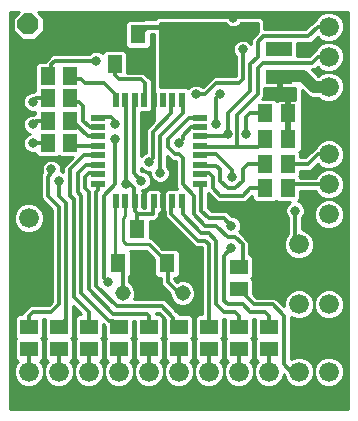
<source format=gbl>
G75*
%MOIN*%
%OFA0B0*%
%FSLAX25Y25*%
%IPPOS*%
%LPD*%
%AMOC8*
5,1,8,0,0,1.08239X$1,22.5*
%
%ADD10R,0.05118X0.06299*%
%ADD11R,0.02200X0.05000*%
%ADD12R,0.05000X0.02200*%
%ADD13C,0.05150*%
%ADD14R,0.08800X0.04800*%
%ADD15R,0.08661X0.14173*%
%ADD16C,0.06600*%
%ADD17OC8,0.07000*%
%ADD18R,0.05118X0.05906*%
%ADD19R,0.05906X0.05118*%
%ADD20C,0.01000*%
%ADD21C,0.01200*%
%ADD22C,0.03175*%
%ADD23C,0.01600*%
%ADD24C,0.04000*%
D10*
X0063658Y0071433D03*
X0071532Y0071433D03*
X0079908Y0071433D03*
X0087782Y0071433D03*
X0077782Y0082683D03*
X0069908Y0082683D03*
X0070282Y0137683D03*
X0062408Y0137683D03*
X0062408Y0147683D03*
X0070282Y0147683D03*
D11*
X0069121Y0125833D03*
X0065971Y0125833D03*
X0062822Y0125833D03*
X0072270Y0125833D03*
X0075420Y0125833D03*
X0078570Y0125833D03*
X0081719Y0125833D03*
X0084869Y0125833D03*
X0084869Y0092033D03*
X0081719Y0092033D03*
X0078570Y0092033D03*
X0075420Y0092033D03*
X0072270Y0092033D03*
X0069121Y0092033D03*
X0065971Y0092033D03*
X0062822Y0092033D03*
D12*
X0056945Y0097909D03*
X0056945Y0101059D03*
X0056945Y0104209D03*
X0056945Y0107358D03*
X0056945Y0110508D03*
X0056945Y0113657D03*
X0056945Y0116807D03*
X0056945Y0119957D03*
X0090745Y0119957D03*
X0090745Y0116807D03*
X0090745Y0113657D03*
X0090745Y0110508D03*
X0090745Y0107358D03*
X0090745Y0104209D03*
X0090745Y0101059D03*
X0090745Y0097909D03*
D13*
X0085095Y0061433D03*
X0065095Y0061433D03*
D14*
X0117295Y0133583D03*
X0117295Y0142683D03*
X0117295Y0151783D03*
D15*
X0092894Y0142683D03*
D16*
X0133845Y0140183D03*
X0133845Y0130183D03*
X0133845Y0120183D03*
X0133845Y0107683D03*
X0133845Y0097683D03*
X0133845Y0087683D03*
X0133845Y0077683D03*
X0123845Y0077683D03*
X0123845Y0057683D03*
X0133845Y0057683D03*
X0133845Y0035183D03*
X0123845Y0035183D03*
X0113845Y0035183D03*
X0103845Y0035183D03*
X0093845Y0035183D03*
X0083845Y0035183D03*
X0073845Y0035183D03*
X0063845Y0035183D03*
X0053845Y0035183D03*
X0043845Y0035183D03*
X0033845Y0035183D03*
X0033845Y0076433D03*
X0033845Y0086433D03*
X0133845Y0150183D03*
D17*
X0033599Y0151074D03*
D18*
X0040105Y0133933D03*
X0040105Y0126433D03*
X0040105Y0118933D03*
X0040105Y0111433D03*
X0047585Y0111433D03*
X0047585Y0118933D03*
X0047585Y0126433D03*
X0047585Y0133933D03*
X0112605Y0121433D03*
X0120085Y0121433D03*
X0120085Y0112683D03*
X0120085Y0104558D03*
X0112605Y0104558D03*
X0112605Y0112683D03*
X0112605Y0096433D03*
X0120085Y0096433D03*
D19*
X0103845Y0070173D03*
X0103845Y0062693D03*
X0103845Y0050173D03*
X0103845Y0042693D03*
X0093845Y0042693D03*
X0093845Y0050173D03*
X0083845Y0050173D03*
X0083845Y0042693D03*
X0073845Y0042693D03*
X0073845Y0050173D03*
X0063845Y0050173D03*
X0063845Y0042693D03*
X0053845Y0042693D03*
X0053845Y0050173D03*
X0043845Y0050173D03*
X0043845Y0042693D03*
X0033845Y0042693D03*
X0033845Y0050173D03*
X0113845Y0050173D03*
X0113845Y0042693D03*
D20*
X0027564Y0022652D02*
X0027564Y0155215D01*
X0030413Y0155215D01*
X0028418Y0153220D01*
X0028418Y0148928D01*
X0031453Y0145893D01*
X0035745Y0145893D01*
X0038780Y0148928D01*
X0038780Y0153220D01*
X0036785Y0155215D01*
X0140127Y0155215D01*
X0140127Y0022652D01*
X0027564Y0022652D01*
X0027564Y0023179D02*
X0140127Y0023179D01*
X0140127Y0024177D02*
X0027564Y0024177D01*
X0027564Y0025176D02*
X0140127Y0025176D01*
X0140127Y0026174D02*
X0027564Y0026174D01*
X0027564Y0027173D02*
X0140127Y0027173D01*
X0140127Y0028171D02*
X0027564Y0028171D01*
X0027564Y0029170D02*
X0140127Y0029170D01*
X0140127Y0030168D02*
X0027564Y0030168D01*
X0027564Y0031167D02*
X0030817Y0031167D01*
X0031024Y0030960D02*
X0032854Y0030202D01*
X0034836Y0030202D01*
X0036667Y0030960D01*
X0038068Y0032362D01*
X0038826Y0034192D01*
X0038826Y0036174D01*
X0038068Y0038005D01*
X0037557Y0038516D01*
X0038479Y0039438D01*
X0038479Y0045948D01*
X0037994Y0046433D01*
X0038479Y0046918D01*
X0038479Y0052902D01*
X0039211Y0052902D01*
X0039211Y0046918D01*
X0039696Y0046433D01*
X0039211Y0045948D01*
X0039211Y0039438D01*
X0040133Y0038516D01*
X0039622Y0038005D01*
X0038864Y0036174D01*
X0038864Y0034192D01*
X0039622Y0032362D01*
X0041024Y0030960D01*
X0042854Y0030202D01*
X0044836Y0030202D01*
X0046667Y0030960D01*
X0048068Y0032362D01*
X0048826Y0034192D01*
X0048826Y0036174D01*
X0048068Y0038005D01*
X0047557Y0038516D01*
X0048479Y0039438D01*
X0048479Y0045948D01*
X0047994Y0046433D01*
X0048479Y0046918D01*
X0048479Y0051581D01*
X0048626Y0051728D01*
X0048626Y0057176D01*
X0051389Y0054413D01*
X0050196Y0054413D01*
X0049211Y0053429D01*
X0049211Y0046918D01*
X0049696Y0046433D01*
X0049211Y0045948D01*
X0049211Y0039438D01*
X0050133Y0038516D01*
X0049622Y0038005D01*
X0048864Y0036174D01*
X0048864Y0034192D01*
X0049622Y0032362D01*
X0051024Y0030960D01*
X0052854Y0030202D01*
X0054836Y0030202D01*
X0056667Y0030960D01*
X0058068Y0032362D01*
X0058826Y0034192D01*
X0058826Y0036174D01*
X0058068Y0038005D01*
X0057557Y0038516D01*
X0058479Y0039438D01*
X0058479Y0045948D01*
X0057994Y0046433D01*
X0058479Y0046918D01*
X0058479Y0051073D01*
X0059211Y0050341D01*
X0059211Y0046918D01*
X0059696Y0046433D01*
X0059211Y0045948D01*
X0059211Y0039438D01*
X0060133Y0038516D01*
X0059622Y0038005D01*
X0058864Y0036174D01*
X0058864Y0034192D01*
X0059622Y0032362D01*
X0061024Y0030960D01*
X0062854Y0030202D01*
X0064836Y0030202D01*
X0066667Y0030960D01*
X0068068Y0032362D01*
X0068826Y0034192D01*
X0068826Y0036174D01*
X0068068Y0038005D01*
X0067557Y0038516D01*
X0068479Y0039438D01*
X0068479Y0045948D01*
X0067994Y0046433D01*
X0068479Y0046918D01*
X0068479Y0052277D01*
X0069211Y0052277D01*
X0069211Y0046918D01*
X0069696Y0046433D01*
X0069211Y0045948D01*
X0069211Y0039438D01*
X0070133Y0038516D01*
X0069622Y0038005D01*
X0068864Y0036174D01*
X0068864Y0034192D01*
X0069622Y0032362D01*
X0071024Y0030960D01*
X0072854Y0030202D01*
X0074836Y0030202D01*
X0076667Y0030960D01*
X0078068Y0032362D01*
X0078826Y0034192D01*
X0078826Y0036174D01*
X0078068Y0038005D01*
X0077557Y0038516D01*
X0078479Y0039438D01*
X0078479Y0045948D01*
X0077994Y0046433D01*
X0078479Y0046918D01*
X0078479Y0053429D01*
X0077494Y0054413D01*
X0076126Y0054413D01*
X0076126Y0054777D01*
X0077275Y0054777D01*
X0079211Y0052841D01*
X0079211Y0046918D01*
X0079696Y0046433D01*
X0079211Y0045948D01*
X0079211Y0039438D01*
X0080133Y0038516D01*
X0079622Y0038005D01*
X0078864Y0036174D01*
X0078864Y0034192D01*
X0079622Y0032362D01*
X0081024Y0030960D01*
X0082854Y0030202D01*
X0084836Y0030202D01*
X0086667Y0030960D01*
X0088068Y0032362D01*
X0088826Y0034192D01*
X0088826Y0036174D01*
X0088068Y0038005D01*
X0087557Y0038516D01*
X0088479Y0039438D01*
X0088479Y0045948D01*
X0087994Y0046433D01*
X0088479Y0046918D01*
X0088479Y0053429D01*
X0087494Y0054413D01*
X0084091Y0054413D01*
X0082915Y0055589D01*
X0080501Y0058003D01*
X0079165Y0059339D01*
X0068834Y0059339D01*
X0069351Y0060587D01*
X0069351Y0062280D01*
X0068703Y0063844D01*
X0067506Y0065041D01*
X0067376Y0065095D01*
X0067376Y0067065D01*
X0067898Y0067587D01*
X0067898Y0075279D01*
X0067675Y0075502D01*
X0072942Y0075502D01*
X0075668Y0072776D01*
X0075668Y0067587D01*
X0076653Y0066602D01*
X0077814Y0066602D01*
X0077814Y0064238D01*
X0080839Y0061213D01*
X0080839Y0060587D01*
X0081487Y0059022D01*
X0082684Y0057825D01*
X0084249Y0057177D01*
X0085942Y0057177D01*
X0087506Y0057825D01*
X0088703Y0059022D01*
X0089351Y0060587D01*
X0089351Y0062280D01*
X0088703Y0063844D01*
X0087506Y0065041D01*
X0085942Y0065689D01*
X0084249Y0065689D01*
X0083235Y0065269D01*
X0082376Y0066128D01*
X0082376Y0066602D01*
X0083164Y0066602D01*
X0084148Y0067587D01*
X0084148Y0075279D01*
X0083164Y0076264D01*
X0078349Y0076264D01*
X0074749Y0079864D01*
X0074148Y0079864D01*
X0074148Y0085402D01*
X0076040Y0085402D01*
X0077376Y0086738D01*
X0077376Y0088012D01*
X0078201Y0088837D01*
X0078201Y0095229D01*
X0077216Y0096214D01*
X0073624Y0096214D01*
X0072639Y0095229D01*
X0072639Y0089964D01*
X0071902Y0089964D01*
X0071902Y0095229D01*
X0071467Y0095665D01*
X0071995Y0095665D01*
X0073197Y0096162D01*
X0074116Y0097082D01*
X0074614Y0098283D01*
X0074614Y0099583D01*
X0074116Y0100785D01*
X0073197Y0101704D01*
X0071995Y0102202D01*
X0071303Y0102202D01*
X0071126Y0102378D01*
X0071126Y0103280D01*
X0071994Y0102412D01*
X0073195Y0101915D01*
X0074327Y0101915D01*
X0074327Y0100783D01*
X0074824Y0099582D01*
X0075744Y0098662D01*
X0076945Y0098165D01*
X0078245Y0098165D01*
X0079447Y0098662D01*
X0080366Y0099582D01*
X0080864Y0100783D01*
X0080864Y0102083D01*
X0080366Y0103285D01*
X0079876Y0103774D01*
X0079876Y0107176D01*
X0081650Y0105402D01*
X0082814Y0105402D01*
X0082814Y0096738D01*
X0083338Y0096214D01*
X0079923Y0096214D01*
X0078938Y0095229D01*
X0078938Y0088837D01*
X0079064Y0088711D01*
X0079064Y0086738D01*
X0080400Y0085402D01*
X0089150Y0076652D01*
X0091564Y0076652D01*
X0091564Y0054413D01*
X0090196Y0054413D01*
X0089211Y0053429D01*
X0089211Y0046918D01*
X0089696Y0046433D01*
X0089211Y0045948D01*
X0089211Y0039438D01*
X0090133Y0038516D01*
X0089622Y0038005D01*
X0088864Y0036174D01*
X0088864Y0034192D01*
X0089622Y0032362D01*
X0091024Y0030960D01*
X0092854Y0030202D01*
X0094836Y0030202D01*
X0096667Y0030960D01*
X0098068Y0032362D01*
X0098826Y0034192D01*
X0098826Y0036174D01*
X0098068Y0038005D01*
X0097557Y0038516D01*
X0098479Y0039438D01*
X0098479Y0045948D01*
X0097994Y0046433D01*
X0098479Y0046918D01*
X0098479Y0052902D01*
X0099211Y0052902D01*
X0099211Y0046918D01*
X0099696Y0046433D01*
X0099211Y0045948D01*
X0099211Y0039438D01*
X0100133Y0038516D01*
X0099622Y0038005D01*
X0098864Y0036174D01*
X0098864Y0034192D01*
X0099622Y0032362D01*
X0101024Y0030960D01*
X0102854Y0030202D01*
X0104836Y0030202D01*
X0106667Y0030960D01*
X0108068Y0032362D01*
X0108826Y0034192D01*
X0108826Y0036174D01*
X0108068Y0038005D01*
X0107557Y0038516D01*
X0108479Y0039438D01*
X0108479Y0045948D01*
X0107994Y0046433D01*
X0108479Y0046918D01*
X0108479Y0052902D01*
X0109211Y0052902D01*
X0109211Y0046918D01*
X0109696Y0046433D01*
X0109211Y0045948D01*
X0109211Y0039438D01*
X0110133Y0038516D01*
X0109622Y0038005D01*
X0108864Y0036174D01*
X0108864Y0034192D01*
X0109622Y0032362D01*
X0111024Y0030960D01*
X0112854Y0030202D01*
X0114836Y0030202D01*
X0116667Y0030960D01*
X0118068Y0032362D01*
X0118826Y0034192D01*
X0118826Y0034476D01*
X0118864Y0034438D01*
X0118864Y0034192D01*
X0119622Y0032362D01*
X0121024Y0030960D01*
X0122854Y0030202D01*
X0124836Y0030202D01*
X0126667Y0030960D01*
X0128068Y0032362D01*
X0128826Y0034192D01*
X0128826Y0036174D01*
X0128068Y0038005D01*
X0126667Y0039406D01*
X0124836Y0040164D01*
X0122854Y0040164D01*
X0121126Y0039448D01*
X0121126Y0053418D01*
X0122854Y0052702D01*
X0124836Y0052702D01*
X0126667Y0053460D01*
X0128068Y0054862D01*
X0128826Y0056692D01*
X0128826Y0058674D01*
X0128068Y0060505D01*
X0126667Y0061906D01*
X0124836Y0062664D01*
X0122854Y0062664D01*
X0121024Y0061906D01*
X0119622Y0060505D01*
X0118864Y0058674D01*
X0118864Y0057140D01*
X0116040Y0059964D01*
X0109790Y0059964D01*
X0108479Y0061275D01*
X0108479Y0065948D01*
X0107994Y0066433D01*
X0108479Y0066918D01*
X0108479Y0073429D01*
X0107494Y0074413D01*
X0107376Y0074413D01*
X0107376Y0078628D01*
X0106040Y0079964D01*
X0104876Y0081128D01*
X0104019Y0081985D01*
X0104116Y0082082D01*
X0104614Y0083283D01*
X0104614Y0084583D01*
X0104116Y0085785D01*
X0103197Y0086704D01*
X0101995Y0087202D01*
X0101303Y0087202D01*
X0101126Y0087378D01*
X0099790Y0088714D01*
X0094790Y0088714D01*
X0093626Y0089878D01*
X0093626Y0094676D01*
X0095314Y0092988D01*
X0096650Y0091652D01*
X0106040Y0091652D01*
X0108365Y0093977D01*
X0108365Y0092784D01*
X0109350Y0091799D01*
X0115860Y0091799D01*
X0116345Y0092284D01*
X0116830Y0091799D01*
X0120974Y0091799D01*
X0120744Y0091704D01*
X0119824Y0090785D01*
X0119327Y0089583D01*
X0119327Y0088283D01*
X0119824Y0087082D01*
X0120314Y0086592D01*
X0120314Y0081196D01*
X0119622Y0080505D01*
X0118864Y0078674D01*
X0118864Y0076692D01*
X0119622Y0074862D01*
X0121024Y0073460D01*
X0122854Y0072702D01*
X0124836Y0072702D01*
X0126667Y0073460D01*
X0128068Y0074862D01*
X0128826Y0076692D01*
X0128826Y0078674D01*
X0128068Y0080505D01*
X0126667Y0081906D01*
X0124876Y0082647D01*
X0124876Y0086592D01*
X0125366Y0087082D01*
X0125864Y0088283D01*
X0125864Y0089583D01*
X0125366Y0090785D01*
X0124447Y0091704D01*
X0123597Y0092056D01*
X0124325Y0092784D01*
X0124325Y0095402D01*
X0129398Y0095402D01*
X0129622Y0094862D01*
X0131024Y0093460D01*
X0132854Y0092702D01*
X0134836Y0092702D01*
X0136667Y0093460D01*
X0138068Y0094862D01*
X0138826Y0096692D01*
X0138826Y0098674D01*
X0138068Y0100505D01*
X0136667Y0101906D01*
X0134836Y0102664D01*
X0132854Y0102664D01*
X0131024Y0101906D01*
X0129622Y0100505D01*
X0129398Y0099964D01*
X0124325Y0099964D01*
X0124325Y0100082D01*
X0123912Y0100496D01*
X0124325Y0100909D01*
X0124325Y0102277D01*
X0127915Y0102277D01*
X0130061Y0104423D01*
X0131024Y0103460D01*
X0132854Y0102702D01*
X0134836Y0102702D01*
X0136667Y0103460D01*
X0138068Y0104862D01*
X0138826Y0106692D01*
X0138826Y0108674D01*
X0138068Y0110505D01*
X0136667Y0111906D01*
X0134836Y0112664D01*
X0132854Y0112664D01*
X0131024Y0111906D01*
X0129622Y0110505D01*
X0129398Y0109964D01*
X0129150Y0109964D01*
X0127814Y0108628D01*
X0126025Y0106839D01*
X0124325Y0106839D01*
X0124325Y0108207D01*
X0124015Y0108518D01*
X0124776Y0109280D01*
X0124776Y0129046D01*
X0125724Y0128098D01*
X0126760Y0127062D01*
X0128113Y0126502D01*
X0130482Y0126502D01*
X0131024Y0125960D01*
X0132854Y0125202D01*
X0134836Y0125202D01*
X0136667Y0125960D01*
X0138068Y0127362D01*
X0138826Y0129192D01*
X0138826Y0131174D01*
X0138068Y0133005D01*
X0136667Y0134406D01*
X0134836Y0135164D01*
X0132854Y0135164D01*
X0131024Y0134406D01*
X0130482Y0133864D01*
X0130370Y0133864D01*
X0128207Y0136027D01*
X0129165Y0136027D01*
X0130061Y0136923D01*
X0131024Y0135960D01*
X0132854Y0135202D01*
X0134836Y0135202D01*
X0136667Y0135960D01*
X0138068Y0137362D01*
X0138826Y0139192D01*
X0138826Y0141174D01*
X0138068Y0143005D01*
X0136667Y0144406D01*
X0134836Y0145164D01*
X0132854Y0145164D01*
X0131024Y0144406D01*
X0129622Y0143005D01*
X0129398Y0142464D01*
X0129150Y0142464D01*
X0127814Y0141128D01*
X0127275Y0140589D01*
X0123376Y0140589D01*
X0123376Y0144777D01*
X0127915Y0144777D01*
X0130061Y0146923D01*
X0131024Y0145960D01*
X0132854Y0145202D01*
X0134836Y0145202D01*
X0136667Y0145960D01*
X0138068Y0147362D01*
X0138826Y0149192D01*
X0138826Y0151174D01*
X0138068Y0153005D01*
X0136667Y0154406D01*
X0134836Y0155164D01*
X0132854Y0155164D01*
X0131024Y0154406D01*
X0129622Y0153005D01*
X0129398Y0152464D01*
X0129150Y0152464D01*
X0127814Y0151128D01*
X0126025Y0149339D01*
X0112276Y0149339D01*
X0112276Y0152337D01*
X0110999Y0153614D01*
X0076692Y0153614D01*
X0075742Y0152664D01*
X0072289Y0152664D01*
X0071926Y0152514D01*
X0067027Y0152514D01*
X0066042Y0151529D01*
X0066042Y0143837D01*
X0067027Y0142852D01*
X0073538Y0142852D01*
X0074522Y0143837D01*
X0074522Y0147702D01*
X0075414Y0147702D01*
X0075414Y0118728D01*
X0074150Y0117464D01*
X0072814Y0116128D01*
X0072814Y0108294D01*
X0071994Y0107954D01*
X0071126Y0107087D01*
X0071126Y0121652D01*
X0074067Y0121652D01*
X0075051Y0122637D01*
X0075051Y0129029D01*
X0074876Y0129205D01*
X0074876Y0132378D01*
X0073626Y0133628D01*
X0072290Y0134964D01*
X0066648Y0134964D01*
X0066648Y0141529D01*
X0065664Y0142514D01*
X0059153Y0142514D01*
X0058270Y0141631D01*
X0058197Y0141704D01*
X0056995Y0142202D01*
X0055695Y0142202D01*
X0054494Y0141704D01*
X0054004Y0141214D01*
X0041650Y0141214D01*
X0040400Y0139964D01*
X0039064Y0138628D01*
X0039064Y0138567D01*
X0036850Y0138567D01*
X0035865Y0137582D01*
X0035865Y0130284D01*
X0035966Y0130183D01*
X0035865Y0130082D01*
X0035865Y0128714D01*
X0035400Y0128714D01*
X0035138Y0128452D01*
X0034445Y0128452D01*
X0033244Y0127954D01*
X0032324Y0127035D01*
X0031827Y0125833D01*
X0031827Y0124533D01*
X0032324Y0123332D01*
X0033244Y0122412D01*
X0034445Y0121915D01*
X0035745Y0121915D01*
X0035865Y0121964D01*
X0035865Y0121214D01*
X0035400Y0121214D01*
X0035138Y0120952D01*
X0034445Y0120952D01*
X0033244Y0120454D01*
X0032324Y0119535D01*
X0031827Y0118333D01*
X0031827Y0117033D01*
X0032324Y0115832D01*
X0033244Y0114912D01*
X0034099Y0114558D01*
X0033244Y0114204D01*
X0032324Y0113285D01*
X0031827Y0112083D01*
X0031827Y0110783D01*
X0032324Y0109582D01*
X0033244Y0108662D01*
X0034445Y0108165D01*
X0035745Y0108165D01*
X0035865Y0108214D01*
X0035865Y0107784D01*
X0036850Y0106799D01*
X0043360Y0106799D01*
X0043845Y0107284D01*
X0044330Y0106799D01*
X0048485Y0106799D01*
X0046650Y0104964D01*
X0045314Y0103628D01*
X0045314Y0101862D01*
X0044614Y0102153D01*
X0044614Y0103333D01*
X0044116Y0104535D01*
X0043197Y0105454D01*
X0041995Y0105952D01*
X0040695Y0105952D01*
X0039494Y0105454D01*
X0038574Y0104535D01*
X0038077Y0103333D01*
X0038077Y0102033D01*
X0038265Y0101579D01*
X0037814Y0101128D01*
X0037814Y0092988D01*
X0041564Y0089238D01*
X0041564Y0058628D01*
X0040400Y0057464D01*
X0034150Y0057464D01*
X0032900Y0056214D01*
X0031564Y0054878D01*
X0031564Y0054413D01*
X0030196Y0054413D01*
X0029211Y0053429D01*
X0029211Y0046918D01*
X0029696Y0046433D01*
X0029211Y0045948D01*
X0029211Y0039438D01*
X0030133Y0038516D01*
X0029622Y0038005D01*
X0028864Y0036174D01*
X0028864Y0034192D01*
X0029622Y0032362D01*
X0031024Y0030960D01*
X0029819Y0032165D02*
X0027564Y0032165D01*
X0027564Y0033164D02*
X0029290Y0033164D01*
X0028876Y0034162D02*
X0027564Y0034162D01*
X0027564Y0035161D02*
X0028864Y0035161D01*
X0028864Y0036159D02*
X0027564Y0036159D01*
X0027564Y0037158D02*
X0029272Y0037158D01*
X0029774Y0038156D02*
X0027564Y0038156D01*
X0027564Y0039155D02*
X0029494Y0039155D01*
X0029211Y0040153D02*
X0027564Y0040153D01*
X0027564Y0041152D02*
X0029211Y0041152D01*
X0029211Y0042150D02*
X0027564Y0042150D01*
X0027564Y0043149D02*
X0029211Y0043149D01*
X0029211Y0044147D02*
X0027564Y0044147D01*
X0027564Y0045146D02*
X0029211Y0045146D01*
X0029407Y0046144D02*
X0027564Y0046144D01*
X0027564Y0047143D02*
X0029211Y0047143D01*
X0029211Y0048141D02*
X0027564Y0048141D01*
X0027564Y0049140D02*
X0029211Y0049140D01*
X0029211Y0050138D02*
X0027564Y0050138D01*
X0027564Y0051137D02*
X0029211Y0051137D01*
X0029211Y0052135D02*
X0027564Y0052135D01*
X0027564Y0053134D02*
X0029211Y0053134D01*
X0029915Y0054132D02*
X0027564Y0054132D01*
X0027564Y0055131D02*
X0031817Y0055131D01*
X0032816Y0056129D02*
X0027564Y0056129D01*
X0027564Y0057128D02*
X0033814Y0057128D01*
X0038479Y0052135D02*
X0039211Y0052135D01*
X0039211Y0051137D02*
X0038479Y0051137D01*
X0038479Y0050138D02*
X0039211Y0050138D01*
X0039211Y0049140D02*
X0038479Y0049140D01*
X0038479Y0048141D02*
X0039211Y0048141D01*
X0039211Y0047143D02*
X0038479Y0047143D01*
X0038283Y0046144D02*
X0039407Y0046144D01*
X0039211Y0045146D02*
X0038479Y0045146D01*
X0038479Y0044147D02*
X0039211Y0044147D01*
X0039211Y0043149D02*
X0038479Y0043149D01*
X0038479Y0042150D02*
X0039211Y0042150D01*
X0039211Y0041152D02*
X0038479Y0041152D01*
X0038479Y0040153D02*
X0039211Y0040153D01*
X0039494Y0039155D02*
X0038196Y0039155D01*
X0037916Y0038156D02*
X0039774Y0038156D01*
X0039272Y0037158D02*
X0038419Y0037158D01*
X0038826Y0036159D02*
X0038864Y0036159D01*
X0038826Y0035161D02*
X0038864Y0035161D01*
X0038876Y0034162D02*
X0038814Y0034162D01*
X0038400Y0033164D02*
X0039290Y0033164D01*
X0039819Y0032165D02*
X0037872Y0032165D01*
X0036873Y0031167D02*
X0040817Y0031167D01*
X0046873Y0031167D02*
X0050817Y0031167D01*
X0049819Y0032165D02*
X0047872Y0032165D01*
X0048400Y0033164D02*
X0049290Y0033164D01*
X0048876Y0034162D02*
X0048814Y0034162D01*
X0048826Y0035161D02*
X0048864Y0035161D01*
X0048826Y0036159D02*
X0048864Y0036159D01*
X0049272Y0037158D02*
X0048419Y0037158D01*
X0047916Y0038156D02*
X0049774Y0038156D01*
X0049494Y0039155D02*
X0048196Y0039155D01*
X0048479Y0040153D02*
X0049211Y0040153D01*
X0049211Y0041152D02*
X0048479Y0041152D01*
X0048479Y0042150D02*
X0049211Y0042150D01*
X0049211Y0043149D02*
X0048479Y0043149D01*
X0048479Y0044147D02*
X0049211Y0044147D01*
X0049211Y0045146D02*
X0048479Y0045146D01*
X0048283Y0046144D02*
X0049407Y0046144D01*
X0049211Y0047143D02*
X0048479Y0047143D01*
X0048479Y0048141D02*
X0049211Y0048141D01*
X0049211Y0049140D02*
X0048479Y0049140D01*
X0048479Y0050138D02*
X0049211Y0050138D01*
X0049211Y0051137D02*
X0048479Y0051137D01*
X0048626Y0052135D02*
X0049211Y0052135D01*
X0049211Y0053134D02*
X0048626Y0053134D01*
X0048626Y0054132D02*
X0049915Y0054132D01*
X0050671Y0055131D02*
X0048626Y0055131D01*
X0048626Y0056129D02*
X0049673Y0056129D01*
X0048674Y0057128D02*
X0048626Y0057128D01*
X0041564Y0059125D02*
X0027564Y0059125D01*
X0027564Y0058127D02*
X0041063Y0058127D01*
X0041564Y0060124D02*
X0027564Y0060124D01*
X0027564Y0061122D02*
X0041564Y0061122D01*
X0041564Y0062121D02*
X0027564Y0062121D01*
X0027564Y0063119D02*
X0041564Y0063119D01*
X0041564Y0064118D02*
X0027564Y0064118D01*
X0027564Y0065116D02*
X0041564Y0065116D01*
X0041564Y0066115D02*
X0027564Y0066115D01*
X0027564Y0067113D02*
X0041564Y0067113D01*
X0041564Y0068112D02*
X0027564Y0068112D01*
X0027564Y0069110D02*
X0041564Y0069110D01*
X0041564Y0070109D02*
X0027564Y0070109D01*
X0027564Y0071107D02*
X0041564Y0071107D01*
X0041564Y0072106D02*
X0027564Y0072106D01*
X0027564Y0073104D02*
X0041564Y0073104D01*
X0041564Y0074103D02*
X0027564Y0074103D01*
X0027564Y0075101D02*
X0041564Y0075101D01*
X0041564Y0076100D02*
X0027564Y0076100D01*
X0027564Y0077098D02*
X0041564Y0077098D01*
X0041564Y0078097D02*
X0027564Y0078097D01*
X0027564Y0079095D02*
X0041564Y0079095D01*
X0041564Y0080094D02*
X0027564Y0080094D01*
X0027564Y0081092D02*
X0041564Y0081092D01*
X0041564Y0082091D02*
X0036378Y0082091D01*
X0036667Y0082210D02*
X0038068Y0083612D01*
X0038826Y0085442D01*
X0038826Y0087424D01*
X0038068Y0089255D01*
X0036667Y0090656D01*
X0034836Y0091414D01*
X0032854Y0091414D01*
X0031024Y0090656D01*
X0029622Y0089255D01*
X0028864Y0087424D01*
X0028864Y0085442D01*
X0029622Y0083612D01*
X0031024Y0082210D01*
X0032854Y0081452D01*
X0034836Y0081452D01*
X0036667Y0082210D01*
X0037546Y0083089D02*
X0041564Y0083089D01*
X0041564Y0084088D02*
X0038265Y0084088D01*
X0038679Y0085086D02*
X0041564Y0085086D01*
X0041564Y0086085D02*
X0038826Y0086085D01*
X0038826Y0087083D02*
X0041564Y0087083D01*
X0041564Y0088082D02*
X0038554Y0088082D01*
X0038140Y0089080D02*
X0041564Y0089080D01*
X0040723Y0090079D02*
X0037244Y0090079D01*
X0035649Y0091077D02*
X0039725Y0091077D01*
X0038726Y0092076D02*
X0027564Y0092076D01*
X0027564Y0093074D02*
X0037814Y0093074D01*
X0037814Y0094073D02*
X0027564Y0094073D01*
X0027564Y0095071D02*
X0037814Y0095071D01*
X0037814Y0096070D02*
X0027564Y0096070D01*
X0027564Y0097068D02*
X0037814Y0097068D01*
X0037814Y0098067D02*
X0027564Y0098067D01*
X0027564Y0099065D02*
X0037814Y0099065D01*
X0037814Y0100064D02*
X0027564Y0100064D01*
X0027564Y0101062D02*
X0037814Y0101062D01*
X0038077Y0102061D02*
X0027564Y0102061D01*
X0027564Y0103060D02*
X0038077Y0103060D01*
X0038377Y0104058D02*
X0027564Y0104058D01*
X0027564Y0105057D02*
X0039096Y0105057D01*
X0036595Y0107054D02*
X0027564Y0107054D01*
X0027564Y0108052D02*
X0035865Y0108052D01*
X0032855Y0109051D02*
X0027564Y0109051D01*
X0027564Y0110049D02*
X0032131Y0110049D01*
X0031827Y0111048D02*
X0027564Y0111048D01*
X0027564Y0112046D02*
X0031827Y0112046D01*
X0032225Y0113045D02*
X0027564Y0113045D01*
X0027564Y0114043D02*
X0033083Y0114043D01*
X0033114Y0115042D02*
X0027564Y0115042D01*
X0027564Y0116040D02*
X0032238Y0116040D01*
X0031827Y0117039D02*
X0027564Y0117039D01*
X0027564Y0118037D02*
X0031827Y0118037D01*
X0032118Y0119036D02*
X0027564Y0119036D01*
X0027564Y0120034D02*
X0032824Y0120034D01*
X0034163Y0122031D02*
X0027564Y0122031D01*
X0027564Y0121033D02*
X0035219Y0121033D01*
X0032626Y0123030D02*
X0027564Y0123030D01*
X0027564Y0124028D02*
X0032036Y0124028D01*
X0031827Y0125027D02*
X0027564Y0125027D01*
X0027564Y0126025D02*
X0031906Y0126025D01*
X0032320Y0127024D02*
X0027564Y0127024D01*
X0027564Y0128022D02*
X0033409Y0128022D01*
X0035865Y0129021D02*
X0027564Y0129021D01*
X0027564Y0130019D02*
X0035865Y0130019D01*
X0035865Y0131018D02*
X0027564Y0131018D01*
X0027564Y0132016D02*
X0035865Y0132016D01*
X0035865Y0133015D02*
X0027564Y0133015D01*
X0027564Y0134013D02*
X0035865Y0134013D01*
X0035865Y0135012D02*
X0027564Y0135012D01*
X0027564Y0136010D02*
X0035865Y0136010D01*
X0035865Y0137009D02*
X0027564Y0137009D01*
X0027564Y0138007D02*
X0036290Y0138007D01*
X0039442Y0139006D02*
X0027564Y0139006D01*
X0027564Y0140004D02*
X0040441Y0140004D01*
X0041439Y0141003D02*
X0027564Y0141003D01*
X0027564Y0142001D02*
X0055212Y0142001D01*
X0057478Y0142001D02*
X0058640Y0142001D01*
X0066176Y0142001D02*
X0075414Y0142001D01*
X0075414Y0141003D02*
X0066648Y0141003D01*
X0066648Y0140004D02*
X0075414Y0140004D01*
X0075414Y0139006D02*
X0066648Y0139006D01*
X0066648Y0138007D02*
X0075414Y0138007D01*
X0075414Y0137009D02*
X0066648Y0137009D01*
X0066648Y0136010D02*
X0075414Y0136010D01*
X0075414Y0135012D02*
X0066648Y0135012D01*
X0073241Y0134013D02*
X0075414Y0134013D01*
X0075414Y0133015D02*
X0074239Y0133015D01*
X0074876Y0132016D02*
X0075414Y0132016D01*
X0075414Y0131018D02*
X0074876Y0131018D01*
X0074876Y0130019D02*
X0075414Y0130019D01*
X0075414Y0129021D02*
X0075051Y0129021D01*
X0075051Y0128022D02*
X0075414Y0128022D01*
X0075414Y0127024D02*
X0075051Y0127024D01*
X0075051Y0126025D02*
X0075414Y0126025D01*
X0075414Y0125027D02*
X0075051Y0125027D01*
X0075051Y0124028D02*
X0075414Y0124028D01*
X0075414Y0123030D02*
X0075051Y0123030D01*
X0075414Y0122031D02*
X0074446Y0122031D01*
X0075414Y0121033D02*
X0071126Y0121033D01*
X0071126Y0120034D02*
X0075414Y0120034D01*
X0075414Y0119036D02*
X0071126Y0119036D01*
X0071126Y0118037D02*
X0074723Y0118037D01*
X0073725Y0117039D02*
X0071126Y0117039D01*
X0071126Y0116040D02*
X0072814Y0116040D01*
X0072814Y0115042D02*
X0071126Y0115042D01*
X0071126Y0114043D02*
X0072814Y0114043D01*
X0072814Y0113045D02*
X0071126Y0113045D01*
X0071126Y0112046D02*
X0072814Y0112046D01*
X0072814Y0111048D02*
X0071126Y0111048D01*
X0071126Y0110049D02*
X0072814Y0110049D01*
X0072814Y0109051D02*
X0071126Y0109051D01*
X0071126Y0108052D02*
X0072231Y0108052D01*
X0071346Y0103060D02*
X0071126Y0103060D01*
X0072335Y0102061D02*
X0072841Y0102061D01*
X0073838Y0101062D02*
X0074327Y0101062D01*
X0074415Y0100064D02*
X0074624Y0100064D01*
X0074614Y0099065D02*
X0075340Y0099065D01*
X0074524Y0098067D02*
X0082814Y0098067D01*
X0082814Y0099065D02*
X0079850Y0099065D01*
X0080566Y0100064D02*
X0082814Y0100064D01*
X0082814Y0101062D02*
X0080864Y0101062D01*
X0080864Y0102061D02*
X0082814Y0102061D01*
X0082814Y0103060D02*
X0080459Y0103060D01*
X0079876Y0104058D02*
X0082814Y0104058D01*
X0082814Y0105057D02*
X0079876Y0105057D01*
X0079876Y0106055D02*
X0080997Y0106055D01*
X0079999Y0107054D02*
X0079876Y0107054D01*
X0082814Y0097068D02*
X0074103Y0097068D01*
X0073479Y0096070D02*
X0072974Y0096070D01*
X0072639Y0095071D02*
X0071902Y0095071D01*
X0071902Y0094073D02*
X0072639Y0094073D01*
X0072639Y0093074D02*
X0071902Y0093074D01*
X0071902Y0092076D02*
X0072639Y0092076D01*
X0072639Y0091077D02*
X0071902Y0091077D01*
X0071902Y0090079D02*
X0072639Y0090079D01*
X0077446Y0088082D02*
X0079064Y0088082D01*
X0079064Y0087083D02*
X0077376Y0087083D01*
X0076723Y0086085D02*
X0079717Y0086085D01*
X0080716Y0085086D02*
X0074148Y0085086D01*
X0074148Y0084088D02*
X0081714Y0084088D01*
X0082713Y0083089D02*
X0074148Y0083089D01*
X0074148Y0082091D02*
X0083711Y0082091D01*
X0084710Y0081092D02*
X0074148Y0081092D01*
X0074148Y0080094D02*
X0085708Y0080094D01*
X0086707Y0079095D02*
X0075517Y0079095D01*
X0076516Y0078097D02*
X0087706Y0078097D01*
X0088704Y0077098D02*
X0077515Y0077098D01*
X0073845Y0077683D02*
X0078845Y0072683D01*
X0078845Y0072496D01*
X0079908Y0071433D01*
X0083328Y0076100D02*
X0091564Y0076100D01*
X0091564Y0075101D02*
X0084148Y0075101D01*
X0084148Y0074103D02*
X0091564Y0074103D01*
X0091564Y0073104D02*
X0084148Y0073104D01*
X0084148Y0072106D02*
X0091564Y0072106D01*
X0091564Y0071107D02*
X0084148Y0071107D01*
X0084148Y0070109D02*
X0091564Y0070109D01*
X0091564Y0069110D02*
X0084148Y0069110D01*
X0084148Y0068112D02*
X0091564Y0068112D01*
X0091564Y0067113D02*
X0083674Y0067113D01*
X0082390Y0066115D02*
X0091564Y0066115D01*
X0091564Y0065116D02*
X0087325Y0065116D01*
X0088429Y0064118D02*
X0091564Y0064118D01*
X0091564Y0063119D02*
X0089003Y0063119D01*
X0089351Y0062121D02*
X0091564Y0062121D01*
X0091564Y0061122D02*
X0089351Y0061122D01*
X0089159Y0060124D02*
X0091564Y0060124D01*
X0091564Y0059125D02*
X0088746Y0059125D01*
X0087807Y0058127D02*
X0091564Y0058127D01*
X0091564Y0057128D02*
X0081376Y0057128D01*
X0080501Y0058003D02*
X0080501Y0058003D01*
X0080378Y0058127D02*
X0082383Y0058127D01*
X0081445Y0059125D02*
X0079379Y0059125D01*
X0081031Y0060124D02*
X0069159Y0060124D01*
X0069351Y0061122D02*
X0080839Y0061122D01*
X0079932Y0062121D02*
X0069351Y0062121D01*
X0069003Y0063119D02*
X0078933Y0063119D01*
X0077935Y0064118D02*
X0068429Y0064118D01*
X0067376Y0065116D02*
X0077814Y0065116D01*
X0077814Y0066115D02*
X0067376Y0066115D01*
X0067424Y0067113D02*
X0076142Y0067113D01*
X0075668Y0068112D02*
X0067898Y0068112D01*
X0067898Y0069110D02*
X0075668Y0069110D01*
X0075668Y0070109D02*
X0067898Y0070109D01*
X0067898Y0071107D02*
X0075668Y0071107D01*
X0075668Y0072106D02*
X0067898Y0072106D01*
X0067898Y0073104D02*
X0075339Y0073104D01*
X0074341Y0074103D02*
X0067898Y0074103D01*
X0067898Y0075101D02*
X0073342Y0075101D01*
X0073845Y0077683D02*
X0066345Y0077683D01*
X0065095Y0078933D01*
X0065095Y0086433D01*
X0065971Y0087309D01*
X0065971Y0092033D01*
X0062595Y0091807D02*
X0062595Y0072496D01*
X0063658Y0071433D01*
X0077775Y0054132D02*
X0077920Y0054132D01*
X0078479Y0053134D02*
X0078918Y0053134D01*
X0079211Y0052135D02*
X0078479Y0052135D01*
X0078479Y0051137D02*
X0079211Y0051137D01*
X0079211Y0050138D02*
X0078479Y0050138D01*
X0078479Y0049140D02*
X0079211Y0049140D01*
X0079211Y0048141D02*
X0078479Y0048141D01*
X0078479Y0047143D02*
X0079211Y0047143D01*
X0079407Y0046144D02*
X0078283Y0046144D01*
X0078479Y0045146D02*
X0079211Y0045146D01*
X0079211Y0044147D02*
X0078479Y0044147D01*
X0078479Y0043149D02*
X0079211Y0043149D01*
X0079211Y0042150D02*
X0078479Y0042150D01*
X0078479Y0041152D02*
X0079211Y0041152D01*
X0079211Y0040153D02*
X0078479Y0040153D01*
X0078196Y0039155D02*
X0079494Y0039155D01*
X0079774Y0038156D02*
X0077916Y0038156D01*
X0078419Y0037158D02*
X0079272Y0037158D01*
X0078864Y0036159D02*
X0078826Y0036159D01*
X0078826Y0035161D02*
X0078864Y0035161D01*
X0078876Y0034162D02*
X0078814Y0034162D01*
X0078400Y0033164D02*
X0079290Y0033164D01*
X0079819Y0032165D02*
X0077872Y0032165D01*
X0076873Y0031167D02*
X0080817Y0031167D01*
X0086873Y0031167D02*
X0090817Y0031167D01*
X0089819Y0032165D02*
X0087872Y0032165D01*
X0088400Y0033164D02*
X0089290Y0033164D01*
X0088876Y0034162D02*
X0088814Y0034162D01*
X0088826Y0035161D02*
X0088864Y0035161D01*
X0088826Y0036159D02*
X0088864Y0036159D01*
X0089272Y0037158D02*
X0088419Y0037158D01*
X0087916Y0038156D02*
X0089774Y0038156D01*
X0089494Y0039155D02*
X0088196Y0039155D01*
X0088479Y0040153D02*
X0089211Y0040153D01*
X0089211Y0041152D02*
X0088479Y0041152D01*
X0088479Y0042150D02*
X0089211Y0042150D01*
X0089211Y0043149D02*
X0088479Y0043149D01*
X0088479Y0044147D02*
X0089211Y0044147D01*
X0089211Y0045146D02*
X0088479Y0045146D01*
X0088283Y0046144D02*
X0089407Y0046144D01*
X0089211Y0047143D02*
X0088479Y0047143D01*
X0088479Y0048141D02*
X0089211Y0048141D01*
X0089211Y0049140D02*
X0088479Y0049140D01*
X0088479Y0050138D02*
X0089211Y0050138D01*
X0089211Y0051137D02*
X0088479Y0051137D01*
X0088479Y0052135D02*
X0089211Y0052135D01*
X0089211Y0053134D02*
X0088479Y0053134D01*
X0087775Y0054132D02*
X0089915Y0054132D01*
X0091564Y0055131D02*
X0083373Y0055131D01*
X0082915Y0055589D02*
X0082915Y0055589D01*
X0082375Y0056129D02*
X0091564Y0056129D01*
X0098479Y0052135D02*
X0099211Y0052135D01*
X0099211Y0051137D02*
X0098479Y0051137D01*
X0098479Y0050138D02*
X0099211Y0050138D01*
X0099211Y0049140D02*
X0098479Y0049140D01*
X0098479Y0048141D02*
X0099211Y0048141D01*
X0099211Y0047143D02*
X0098479Y0047143D01*
X0098283Y0046144D02*
X0099407Y0046144D01*
X0099211Y0045146D02*
X0098479Y0045146D01*
X0098479Y0044147D02*
X0099211Y0044147D01*
X0099211Y0043149D02*
X0098479Y0043149D01*
X0098479Y0042150D02*
X0099211Y0042150D01*
X0099211Y0041152D02*
X0098479Y0041152D01*
X0098479Y0040153D02*
X0099211Y0040153D01*
X0099494Y0039155D02*
X0098196Y0039155D01*
X0097916Y0038156D02*
X0099774Y0038156D01*
X0099272Y0037158D02*
X0098419Y0037158D01*
X0098826Y0036159D02*
X0098864Y0036159D01*
X0098826Y0035161D02*
X0098864Y0035161D01*
X0098876Y0034162D02*
X0098814Y0034162D01*
X0098400Y0033164D02*
X0099290Y0033164D01*
X0099819Y0032165D02*
X0097872Y0032165D01*
X0096873Y0031167D02*
X0100817Y0031167D01*
X0106873Y0031167D02*
X0110817Y0031167D01*
X0109819Y0032165D02*
X0107872Y0032165D01*
X0108400Y0033164D02*
X0109290Y0033164D01*
X0108876Y0034162D02*
X0108814Y0034162D01*
X0108826Y0035161D02*
X0108864Y0035161D01*
X0108826Y0036159D02*
X0108864Y0036159D01*
X0109272Y0037158D02*
X0108419Y0037158D01*
X0107916Y0038156D02*
X0109774Y0038156D01*
X0109494Y0039155D02*
X0108196Y0039155D01*
X0108479Y0040153D02*
X0109211Y0040153D01*
X0109211Y0041152D02*
X0108479Y0041152D01*
X0108479Y0042150D02*
X0109211Y0042150D01*
X0109211Y0043149D02*
X0108479Y0043149D01*
X0108479Y0044147D02*
X0109211Y0044147D01*
X0109211Y0045146D02*
X0108479Y0045146D01*
X0108283Y0046144D02*
X0109407Y0046144D01*
X0109211Y0047143D02*
X0108479Y0047143D01*
X0108479Y0048141D02*
X0109211Y0048141D01*
X0109211Y0049140D02*
X0108479Y0049140D01*
X0108479Y0050138D02*
X0109211Y0050138D01*
X0109211Y0051137D02*
X0108479Y0051137D01*
X0108479Y0052135D02*
X0109211Y0052135D01*
X0109631Y0060124D02*
X0119465Y0060124D01*
X0119051Y0059125D02*
X0116879Y0059125D01*
X0117878Y0058127D02*
X0118864Y0058127D01*
X0120240Y0061122D02*
X0108632Y0061122D01*
X0108479Y0062121D02*
X0121542Y0062121D01*
X0126148Y0062121D02*
X0131542Y0062121D01*
X0131024Y0061906D02*
X0129622Y0060505D01*
X0128864Y0058674D01*
X0128864Y0056692D01*
X0129622Y0054862D01*
X0131024Y0053460D01*
X0132854Y0052702D01*
X0134836Y0052702D01*
X0136667Y0053460D01*
X0138068Y0054862D01*
X0138826Y0056692D01*
X0138826Y0058674D01*
X0138068Y0060505D01*
X0136667Y0061906D01*
X0134836Y0062664D01*
X0132854Y0062664D01*
X0131024Y0061906D01*
X0130240Y0061122D02*
X0127450Y0061122D01*
X0128226Y0060124D02*
X0129465Y0060124D01*
X0129051Y0059125D02*
X0128639Y0059125D01*
X0128826Y0058127D02*
X0128864Y0058127D01*
X0128826Y0057128D02*
X0128864Y0057128D01*
X0129097Y0056129D02*
X0128593Y0056129D01*
X0128180Y0055131D02*
X0129511Y0055131D01*
X0130351Y0054132D02*
X0127339Y0054132D01*
X0125879Y0053134D02*
X0131811Y0053134D01*
X0135879Y0053134D02*
X0140127Y0053134D01*
X0140127Y0054132D02*
X0137339Y0054132D01*
X0138180Y0055131D02*
X0140127Y0055131D01*
X0140127Y0056129D02*
X0138593Y0056129D01*
X0138826Y0057128D02*
X0140127Y0057128D01*
X0140127Y0058127D02*
X0138826Y0058127D01*
X0138639Y0059125D02*
X0140127Y0059125D01*
X0140127Y0060124D02*
X0138226Y0060124D01*
X0137450Y0061122D02*
X0140127Y0061122D01*
X0140127Y0062121D02*
X0136148Y0062121D01*
X0140127Y0063119D02*
X0108479Y0063119D01*
X0108479Y0064118D02*
X0140127Y0064118D01*
X0140127Y0065116D02*
X0108479Y0065116D01*
X0108313Y0066115D02*
X0140127Y0066115D01*
X0140127Y0067113D02*
X0108479Y0067113D01*
X0108479Y0068112D02*
X0140127Y0068112D01*
X0140127Y0069110D02*
X0108479Y0069110D01*
X0108479Y0070109D02*
X0140127Y0070109D01*
X0140127Y0071107D02*
X0108479Y0071107D01*
X0108479Y0072106D02*
X0140127Y0072106D01*
X0140127Y0073104D02*
X0125807Y0073104D01*
X0127309Y0074103D02*
X0140127Y0074103D01*
X0140127Y0075101D02*
X0128167Y0075101D01*
X0128581Y0076100D02*
X0140127Y0076100D01*
X0140127Y0077098D02*
X0128826Y0077098D01*
X0128826Y0078097D02*
X0140127Y0078097D01*
X0140127Y0079095D02*
X0128652Y0079095D01*
X0128238Y0080094D02*
X0140127Y0080094D01*
X0140127Y0081092D02*
X0127480Y0081092D01*
X0126220Y0082091D02*
X0140127Y0082091D01*
X0140127Y0083089D02*
X0135771Y0083089D01*
X0136667Y0083460D02*
X0138068Y0084862D01*
X0138826Y0086692D01*
X0138826Y0088674D01*
X0138068Y0090505D01*
X0136667Y0091906D01*
X0134836Y0092664D01*
X0132854Y0092664D01*
X0131024Y0091906D01*
X0129622Y0090505D01*
X0128864Y0088674D01*
X0128864Y0086692D01*
X0129622Y0084862D01*
X0131024Y0083460D01*
X0132854Y0082702D01*
X0134836Y0082702D01*
X0136667Y0083460D01*
X0137294Y0084088D02*
X0140127Y0084088D01*
X0140127Y0085086D02*
X0138161Y0085086D01*
X0138575Y0086085D02*
X0140127Y0086085D01*
X0140127Y0087083D02*
X0138826Y0087083D01*
X0138826Y0088082D02*
X0140127Y0088082D01*
X0140127Y0089080D02*
X0138658Y0089080D01*
X0138244Y0090079D02*
X0140127Y0090079D01*
X0140127Y0091077D02*
X0137495Y0091077D01*
X0136256Y0092076D02*
X0140127Y0092076D01*
X0140127Y0093074D02*
X0135735Y0093074D01*
X0137279Y0094073D02*
X0140127Y0094073D01*
X0140127Y0095071D02*
X0138155Y0095071D01*
X0138568Y0096070D02*
X0140127Y0096070D01*
X0140127Y0097068D02*
X0138826Y0097068D01*
X0138826Y0098067D02*
X0140127Y0098067D01*
X0140127Y0099065D02*
X0138664Y0099065D01*
X0138250Y0100064D02*
X0140127Y0100064D01*
X0140127Y0101062D02*
X0137510Y0101062D01*
X0136292Y0102061D02*
X0140127Y0102061D01*
X0140127Y0103060D02*
X0135699Y0103060D01*
X0137264Y0104058D02*
X0140127Y0104058D01*
X0140127Y0105057D02*
X0138149Y0105057D01*
X0138562Y0106055D02*
X0140127Y0106055D01*
X0140127Y0107054D02*
X0138826Y0107054D01*
X0138826Y0108052D02*
X0140127Y0108052D01*
X0140127Y0109051D02*
X0138670Y0109051D01*
X0138257Y0110049D02*
X0140127Y0110049D01*
X0140127Y0111048D02*
X0137525Y0111048D01*
X0136328Y0112046D02*
X0140127Y0112046D01*
X0140127Y0113045D02*
X0124776Y0113045D01*
X0124776Y0114043D02*
X0140127Y0114043D01*
X0140127Y0115042D02*
X0124776Y0115042D01*
X0124776Y0116040D02*
X0140127Y0116040D01*
X0140127Y0117039D02*
X0124776Y0117039D01*
X0124776Y0118037D02*
X0140127Y0118037D01*
X0140127Y0119036D02*
X0124776Y0119036D01*
X0124776Y0120034D02*
X0140127Y0120034D01*
X0140127Y0121033D02*
X0124776Y0121033D01*
X0124776Y0122031D02*
X0140127Y0122031D01*
X0140127Y0123030D02*
X0124776Y0123030D01*
X0124776Y0124028D02*
X0140127Y0124028D01*
X0140127Y0125027D02*
X0124776Y0125027D01*
X0124776Y0126025D02*
X0130959Y0126025D01*
X0126853Y0127024D02*
X0124776Y0127024D01*
X0124776Y0128022D02*
X0125800Y0128022D01*
X0124802Y0129021D02*
X0124776Y0129021D01*
X0122595Y0129021D02*
X0112376Y0129021D01*
X0112698Y0129683D02*
X0112376Y0129769D01*
X0112376Y0126738D01*
X0111705Y0126067D01*
X0115860Y0126067D01*
X0116473Y0125454D01*
X0116605Y0125586D01*
X0116947Y0125784D01*
X0117329Y0125886D01*
X0119585Y0125886D01*
X0119585Y0121933D01*
X0120585Y0121933D01*
X0120585Y0125886D01*
X0122595Y0125886D01*
X0122595Y0129971D01*
X0122274Y0129785D01*
X0121893Y0129683D01*
X0117795Y0129683D01*
X0117795Y0133083D01*
X0116795Y0133083D01*
X0116795Y0129683D01*
X0112698Y0129683D01*
X0112376Y0128022D02*
X0122595Y0128022D01*
X0122595Y0127024D02*
X0112376Y0127024D01*
X0115902Y0126025D02*
X0122595Y0126025D01*
X0120585Y0125027D02*
X0119585Y0125027D01*
X0119585Y0124028D02*
X0120585Y0124028D01*
X0120585Y0123030D02*
X0119585Y0123030D01*
X0119585Y0122031D02*
X0120585Y0122031D01*
X0120585Y0120933D02*
X0119585Y0120933D01*
X0119585Y0117136D01*
X0119585Y0113183D01*
X0120585Y0113183D01*
X0120585Y0120933D01*
X0120585Y0120034D02*
X0119585Y0120034D01*
X0119585Y0119036D02*
X0120585Y0119036D01*
X0120585Y0118037D02*
X0119585Y0118037D01*
X0119585Y0117039D02*
X0120585Y0117039D01*
X0120585Y0116040D02*
X0119585Y0116040D01*
X0119585Y0115042D02*
X0120585Y0115042D01*
X0120585Y0114043D02*
X0119585Y0114043D01*
X0124776Y0112046D02*
X0131362Y0112046D01*
X0130165Y0111048D02*
X0124776Y0111048D01*
X0124776Y0110049D02*
X0129434Y0110049D01*
X0128237Y0109051D02*
X0124547Y0109051D01*
X0124325Y0108052D02*
X0127238Y0108052D01*
X0126240Y0107054D02*
X0124325Y0107054D01*
X0124325Y0102061D02*
X0131398Y0102061D01*
X0131991Y0103060D02*
X0128698Y0103060D01*
X0129696Y0104058D02*
X0130426Y0104058D01*
X0130180Y0101062D02*
X0124325Y0101062D01*
X0124325Y0100064D02*
X0129440Y0100064D01*
X0129535Y0095071D02*
X0124325Y0095071D01*
X0124325Y0094073D02*
X0130411Y0094073D01*
X0131955Y0093074D02*
X0124325Y0093074D01*
X0123617Y0092076D02*
X0131434Y0092076D01*
X0130195Y0091077D02*
X0125073Y0091077D01*
X0125658Y0090079D02*
X0129446Y0090079D01*
X0129032Y0089080D02*
X0125864Y0089080D01*
X0125780Y0088082D02*
X0128864Y0088082D01*
X0128864Y0087083D02*
X0125367Y0087083D01*
X0124876Y0086085D02*
X0129116Y0086085D01*
X0129529Y0085086D02*
X0124876Y0085086D01*
X0124876Y0084088D02*
X0130396Y0084088D01*
X0131919Y0083089D02*
X0124876Y0083089D01*
X0120314Y0083089D02*
X0104533Y0083089D01*
X0104614Y0084088D02*
X0120314Y0084088D01*
X0120314Y0085086D02*
X0104405Y0085086D01*
X0103816Y0086085D02*
X0120314Y0086085D01*
X0119824Y0087083D02*
X0102281Y0087083D01*
X0100422Y0088082D02*
X0119410Y0088082D01*
X0119327Y0089080D02*
X0094424Y0089080D01*
X0093626Y0090079D02*
X0119532Y0090079D01*
X0120117Y0091077D02*
X0093626Y0091077D01*
X0093626Y0092076D02*
X0096226Y0092076D01*
X0095314Y0092988D02*
X0095314Y0092988D01*
X0095228Y0093074D02*
X0093626Y0093074D01*
X0093626Y0094073D02*
X0094229Y0094073D01*
X0104120Y0082091D02*
X0120314Y0082091D01*
X0120210Y0081092D02*
X0104912Y0081092D01*
X0105910Y0080094D02*
X0119452Y0080094D01*
X0119039Y0079095D02*
X0106909Y0079095D01*
X0107376Y0078097D02*
X0118864Y0078097D01*
X0118864Y0077098D02*
X0107376Y0077098D01*
X0107376Y0076100D02*
X0119109Y0076100D01*
X0119523Y0075101D02*
X0107376Y0075101D01*
X0107805Y0074103D02*
X0120381Y0074103D01*
X0121883Y0073104D02*
X0108479Y0073104D01*
X0109073Y0092076D02*
X0106464Y0092076D01*
X0107462Y0093074D02*
X0108365Y0093074D01*
X0116137Y0092076D02*
X0116553Y0092076D01*
X0136732Y0126025D02*
X0140127Y0126025D01*
X0140127Y0127024D02*
X0137730Y0127024D01*
X0138342Y0128022D02*
X0140127Y0128022D01*
X0140127Y0129021D02*
X0138755Y0129021D01*
X0138826Y0130019D02*
X0140127Y0130019D01*
X0140127Y0131018D02*
X0138826Y0131018D01*
X0138477Y0132016D02*
X0140127Y0132016D01*
X0140127Y0133015D02*
X0138058Y0133015D01*
X0137059Y0134013D02*
X0140127Y0134013D01*
X0140127Y0135012D02*
X0135204Y0135012D01*
X0136717Y0136010D02*
X0140127Y0136010D01*
X0140127Y0137009D02*
X0137715Y0137009D01*
X0138335Y0138007D02*
X0140127Y0138007D01*
X0140127Y0139006D02*
X0138749Y0139006D01*
X0138826Y0140004D02*
X0140127Y0140004D01*
X0140127Y0141003D02*
X0138826Y0141003D01*
X0138483Y0142001D02*
X0140127Y0142001D01*
X0140127Y0143000D02*
X0138070Y0143000D01*
X0137074Y0143998D02*
X0140127Y0143998D01*
X0140127Y0144997D02*
X0135240Y0144997D01*
X0136702Y0145995D02*
X0140127Y0145995D01*
X0140127Y0146994D02*
X0137700Y0146994D01*
X0138329Y0147993D02*
X0140127Y0147993D01*
X0140127Y0148991D02*
X0138743Y0148991D01*
X0138826Y0149990D02*
X0140127Y0149990D01*
X0140127Y0150988D02*
X0138826Y0150988D01*
X0138490Y0151987D02*
X0140127Y0151987D01*
X0140127Y0152985D02*
X0138076Y0152985D01*
X0137089Y0153984D02*
X0140127Y0153984D01*
X0140127Y0154982D02*
X0135275Y0154982D01*
X0132415Y0154982D02*
X0037018Y0154982D01*
X0038016Y0153984D02*
X0130601Y0153984D01*
X0129614Y0152985D02*
X0111628Y0152985D01*
X0112276Y0151987D02*
X0128673Y0151987D01*
X0127674Y0150988D02*
X0112276Y0150988D01*
X0112276Y0149990D02*
X0126676Y0149990D01*
X0129134Y0145995D02*
X0130988Y0145995D01*
X0132451Y0144997D02*
X0128135Y0144997D01*
X0129620Y0143000D02*
X0123376Y0143000D01*
X0123376Y0143998D02*
X0130616Y0143998D01*
X0128688Y0142001D02*
X0123376Y0142001D01*
X0123376Y0141003D02*
X0127689Y0141003D01*
X0128224Y0136010D02*
X0130973Y0136010D01*
X0132487Y0135012D02*
X0129222Y0135012D01*
X0130221Y0134013D02*
X0130631Y0134013D01*
X0117795Y0133015D02*
X0116795Y0133015D01*
X0116795Y0132016D02*
X0117795Y0132016D01*
X0117795Y0131018D02*
X0116795Y0131018D01*
X0116795Y0130019D02*
X0117795Y0130019D01*
X0107814Y0144587D02*
X0106947Y0145454D01*
X0105745Y0145952D01*
X0104445Y0145952D01*
X0103244Y0145454D01*
X0102324Y0144535D01*
X0101827Y0143333D01*
X0101827Y0142033D01*
X0102324Y0140832D01*
X0102814Y0140342D01*
X0102814Y0133714D01*
X0095400Y0133714D01*
X0091731Y0130045D01*
X0091322Y0130454D01*
X0090120Y0130952D01*
X0088820Y0130952D01*
X0087619Y0130454D01*
X0086922Y0129757D01*
X0086665Y0130014D01*
X0077595Y0130014D01*
X0077595Y0151433D01*
X0099223Y0151433D01*
X0100119Y0150537D01*
X0101320Y0150040D01*
X0102620Y0150040D01*
X0103822Y0150537D01*
X0104717Y0151433D01*
X0110095Y0151433D01*
X0110095Y0148409D01*
X0107814Y0146128D01*
X0107814Y0144587D01*
X0107814Y0144997D02*
X0107404Y0144997D01*
X0107814Y0145995D02*
X0077595Y0145995D01*
X0077595Y0144997D02*
X0102787Y0144997D01*
X0102102Y0143998D02*
X0077595Y0143998D01*
X0077595Y0143000D02*
X0101827Y0143000D01*
X0101840Y0142001D02*
X0077595Y0142001D01*
X0077595Y0141003D02*
X0102253Y0141003D01*
X0102814Y0140004D02*
X0077595Y0140004D01*
X0077595Y0139006D02*
X0102814Y0139006D01*
X0102814Y0138007D02*
X0077595Y0138007D01*
X0077595Y0137009D02*
X0102814Y0137009D01*
X0102814Y0136010D02*
X0077595Y0136010D01*
X0077595Y0135012D02*
X0102814Y0135012D01*
X0102814Y0134013D02*
X0077595Y0134013D01*
X0077595Y0133015D02*
X0094701Y0133015D01*
X0093702Y0132016D02*
X0077595Y0132016D01*
X0077595Y0131018D02*
X0092704Y0131018D01*
X0087184Y0130019D02*
X0077595Y0130019D01*
X0075414Y0143000D02*
X0073685Y0143000D01*
X0074522Y0143998D02*
X0075414Y0143998D01*
X0075414Y0144997D02*
X0074522Y0144997D01*
X0074522Y0145995D02*
X0075414Y0145995D01*
X0075414Y0146994D02*
X0074522Y0146994D01*
X0077595Y0146994D02*
X0108680Y0146994D01*
X0109679Y0147993D02*
X0077595Y0147993D01*
X0077595Y0148991D02*
X0110095Y0148991D01*
X0110095Y0149990D02*
X0077595Y0149990D01*
X0077595Y0150988D02*
X0099668Y0150988D01*
X0104272Y0150988D02*
X0110095Y0150988D01*
X0076063Y0152985D02*
X0038780Y0152985D01*
X0038780Y0151987D02*
X0066500Y0151987D01*
X0066042Y0150988D02*
X0038780Y0150988D01*
X0038780Y0149990D02*
X0066042Y0149990D01*
X0066042Y0148991D02*
X0038780Y0148991D01*
X0037845Y0147993D02*
X0066042Y0147993D01*
X0066042Y0146994D02*
X0036846Y0146994D01*
X0035848Y0145995D02*
X0066042Y0145995D01*
X0066042Y0144997D02*
X0027564Y0144997D01*
X0027564Y0145995D02*
X0031350Y0145995D01*
X0030352Y0146994D02*
X0027564Y0146994D01*
X0027564Y0147993D02*
X0029353Y0147993D01*
X0028418Y0148991D02*
X0027564Y0148991D01*
X0027564Y0149990D02*
X0028418Y0149990D01*
X0028418Y0150988D02*
X0027564Y0150988D01*
X0027564Y0151987D02*
X0028418Y0151987D01*
X0028418Y0152985D02*
X0027564Y0152985D01*
X0027564Y0153984D02*
X0029182Y0153984D01*
X0030180Y0154982D02*
X0027564Y0154982D01*
X0027564Y0143998D02*
X0066042Y0143998D01*
X0066879Y0143000D02*
X0027564Y0143000D01*
X0043615Y0107054D02*
X0044076Y0107054D01*
X0043594Y0105057D02*
X0046743Y0105057D01*
X0047741Y0106055D02*
X0027564Y0106055D01*
X0027564Y0091077D02*
X0032041Y0091077D01*
X0030447Y0090079D02*
X0027564Y0090079D01*
X0027564Y0089080D02*
X0029550Y0089080D01*
X0029137Y0088082D02*
X0027564Y0088082D01*
X0027564Y0087083D02*
X0028864Y0087083D01*
X0028864Y0086085D02*
X0027564Y0086085D01*
X0027564Y0085086D02*
X0029011Y0085086D01*
X0029425Y0084088D02*
X0027564Y0084088D01*
X0027564Y0083089D02*
X0030145Y0083089D01*
X0031312Y0082091D02*
X0027564Y0082091D01*
X0044835Y0102061D02*
X0045314Y0102061D01*
X0045314Y0103060D02*
X0044614Y0103060D01*
X0044313Y0104058D02*
X0045744Y0104058D01*
X0077361Y0096070D02*
X0079779Y0096070D01*
X0078938Y0095071D02*
X0078201Y0095071D01*
X0078201Y0094073D02*
X0078938Y0094073D01*
X0078938Y0093074D02*
X0078201Y0093074D01*
X0078201Y0092076D02*
X0078938Y0092076D01*
X0078938Y0091077D02*
X0078201Y0091077D01*
X0078201Y0090079D02*
X0078938Y0090079D01*
X0078938Y0089080D02*
X0078201Y0089080D01*
X0069211Y0052135D02*
X0068479Y0052135D01*
X0068479Y0051137D02*
X0069211Y0051137D01*
X0069211Y0050138D02*
X0068479Y0050138D01*
X0068479Y0049140D02*
X0069211Y0049140D01*
X0069211Y0048141D02*
X0068479Y0048141D01*
X0068479Y0047143D02*
X0069211Y0047143D01*
X0069407Y0046144D02*
X0068283Y0046144D01*
X0068479Y0045146D02*
X0069211Y0045146D01*
X0069211Y0044147D02*
X0068479Y0044147D01*
X0068479Y0043149D02*
X0069211Y0043149D01*
X0069211Y0042150D02*
X0068479Y0042150D01*
X0068479Y0041152D02*
X0069211Y0041152D01*
X0069211Y0040153D02*
X0068479Y0040153D01*
X0068196Y0039155D02*
X0069494Y0039155D01*
X0069774Y0038156D02*
X0067916Y0038156D01*
X0068419Y0037158D02*
X0069272Y0037158D01*
X0068864Y0036159D02*
X0068826Y0036159D01*
X0068826Y0035161D02*
X0068864Y0035161D01*
X0068876Y0034162D02*
X0068814Y0034162D01*
X0068400Y0033164D02*
X0069290Y0033164D01*
X0069819Y0032165D02*
X0067872Y0032165D01*
X0066873Y0031167D02*
X0070817Y0031167D01*
X0060817Y0031167D02*
X0056873Y0031167D01*
X0057872Y0032165D02*
X0059819Y0032165D01*
X0059290Y0033164D02*
X0058400Y0033164D01*
X0058814Y0034162D02*
X0058876Y0034162D01*
X0058864Y0035161D02*
X0058826Y0035161D01*
X0058826Y0036159D02*
X0058864Y0036159D01*
X0059272Y0037158D02*
X0058419Y0037158D01*
X0057916Y0038156D02*
X0059774Y0038156D01*
X0059494Y0039155D02*
X0058196Y0039155D01*
X0058479Y0040153D02*
X0059211Y0040153D01*
X0059211Y0041152D02*
X0058479Y0041152D01*
X0058479Y0042150D02*
X0059211Y0042150D01*
X0059211Y0043149D02*
X0058479Y0043149D01*
X0058479Y0044147D02*
X0059211Y0044147D01*
X0059211Y0045146D02*
X0058479Y0045146D01*
X0058283Y0046144D02*
X0059407Y0046144D01*
X0059211Y0047143D02*
X0058479Y0047143D01*
X0058479Y0048141D02*
X0059211Y0048141D01*
X0059211Y0049140D02*
X0058479Y0049140D01*
X0058479Y0050138D02*
X0059211Y0050138D01*
X0116873Y0031167D02*
X0120817Y0031167D01*
X0119819Y0032165D02*
X0117872Y0032165D01*
X0118400Y0033164D02*
X0119290Y0033164D01*
X0118876Y0034162D02*
X0118814Y0034162D01*
X0121126Y0040153D02*
X0122828Y0040153D01*
X0121126Y0041152D02*
X0140127Y0041152D01*
X0140127Y0042150D02*
X0121126Y0042150D01*
X0121126Y0043149D02*
X0140127Y0043149D01*
X0140127Y0044147D02*
X0121126Y0044147D01*
X0121126Y0045146D02*
X0140127Y0045146D01*
X0140127Y0046144D02*
X0121126Y0046144D01*
X0121126Y0047143D02*
X0140127Y0047143D01*
X0140127Y0048141D02*
X0121126Y0048141D01*
X0121126Y0049140D02*
X0140127Y0049140D01*
X0140127Y0050138D02*
X0121126Y0050138D01*
X0121126Y0051137D02*
X0140127Y0051137D01*
X0140127Y0052135D02*
X0121126Y0052135D01*
X0121126Y0053134D02*
X0121811Y0053134D01*
X0124862Y0040153D02*
X0132828Y0040153D01*
X0132854Y0040164D02*
X0131024Y0039406D01*
X0129622Y0038005D01*
X0128864Y0036174D01*
X0128864Y0034192D01*
X0129622Y0032362D01*
X0131024Y0030960D01*
X0132854Y0030202D01*
X0134836Y0030202D01*
X0136667Y0030960D01*
X0138068Y0032362D01*
X0138826Y0034192D01*
X0138826Y0036174D01*
X0138068Y0038005D01*
X0136667Y0039406D01*
X0134836Y0040164D01*
X0132854Y0040164D01*
X0134862Y0040153D02*
X0140127Y0040153D01*
X0140127Y0039155D02*
X0136918Y0039155D01*
X0137916Y0038156D02*
X0140127Y0038156D01*
X0140127Y0037158D02*
X0138419Y0037158D01*
X0138826Y0036159D02*
X0140127Y0036159D01*
X0140127Y0035161D02*
X0138826Y0035161D01*
X0138814Y0034162D02*
X0140127Y0034162D01*
X0140127Y0033164D02*
X0138400Y0033164D01*
X0137872Y0032165D02*
X0140127Y0032165D01*
X0140127Y0031167D02*
X0136873Y0031167D01*
X0130817Y0031167D02*
X0126873Y0031167D01*
X0127872Y0032165D02*
X0129819Y0032165D01*
X0129290Y0033164D02*
X0128400Y0033164D01*
X0128814Y0034162D02*
X0128876Y0034162D01*
X0128864Y0035161D02*
X0128826Y0035161D01*
X0128826Y0036159D02*
X0128864Y0036159D01*
X0129272Y0037158D02*
X0128419Y0037158D01*
X0127916Y0038156D02*
X0129774Y0038156D01*
X0130773Y0039155D02*
X0126918Y0039155D01*
D21*
X0123845Y0035183D02*
X0121345Y0035183D01*
X0118845Y0037683D01*
X0118845Y0053933D01*
X0115095Y0057683D01*
X0108845Y0057683D01*
X0103845Y0062683D01*
X0103845Y0062693D01*
X0105095Y0057683D02*
X0100095Y0057683D01*
X0098845Y0058933D01*
X0098845Y0073933D01*
X0101345Y0076433D01*
X0102595Y0080183D02*
X0105095Y0077683D01*
X0105095Y0071423D01*
X0103845Y0070173D01*
X0102595Y0080183D02*
X0100095Y0080183D01*
X0096345Y0083933D01*
X0092595Y0083933D01*
X0088845Y0087683D01*
X0088845Y0093933D01*
X0085095Y0097683D01*
X0085095Y0106433D01*
X0083845Y0107683D01*
X0082595Y0107683D01*
X0080095Y0110183D01*
X0080095Y0112683D01*
X0087369Y0119957D01*
X0090745Y0119957D01*
X0090745Y0116807D02*
X0087969Y0116807D01*
X0085095Y0113933D01*
X0085095Y0112683D01*
X0083845Y0111433D01*
X0090745Y0110508D02*
X0091070Y0110183D01*
X0103220Y0110183D01*
X0110095Y0110183D01*
X0112595Y0112683D01*
X0112605Y0112683D01*
X0112605Y0104558D02*
X0106970Y0104558D01*
X0105095Y0102683D01*
X0105095Y0098933D01*
X0102595Y0096433D01*
X0100095Y0096433D01*
X0097595Y0098933D01*
X0097595Y0102683D01*
X0096345Y0103933D01*
X0091021Y0103933D01*
X0090745Y0104209D01*
X0091119Y0101433D02*
X0090745Y0101059D01*
X0091119Y0101433D02*
X0093845Y0101433D01*
X0095095Y0100183D01*
X0095095Y0096433D01*
X0097595Y0093933D01*
X0105095Y0093933D01*
X0107595Y0096433D01*
X0112605Y0096433D01*
X0113506Y0104209D02*
X0112605Y0104558D01*
X0120085Y0104558D02*
X0126970Y0104558D01*
X0130095Y0107683D01*
X0133845Y0107683D01*
X0133845Y0097683D02*
X0122585Y0097683D01*
X0120085Y0096433D01*
X0122595Y0088933D02*
X0122595Y0078933D01*
X0123845Y0077683D01*
X0112595Y0055183D02*
X0107595Y0055183D01*
X0105095Y0057683D01*
X0102595Y0055183D02*
X0103845Y0053933D01*
X0103845Y0050173D01*
X0102595Y0055183D02*
X0098845Y0055183D01*
X0096345Y0057683D01*
X0096345Y0078933D01*
X0093845Y0081433D01*
X0091345Y0081433D01*
X0085095Y0087683D01*
X0085095Y0091807D01*
X0084869Y0092033D01*
X0081719Y0092033D02*
X0081719Y0090557D01*
X0081345Y0090183D01*
X0081345Y0087683D01*
X0090095Y0078933D01*
X0092595Y0078933D01*
X0093845Y0077683D01*
X0093845Y0050173D01*
X0093845Y0042693D02*
X0093845Y0035183D01*
X0083845Y0035183D02*
X0083845Y0042693D01*
X0083845Y0050173D02*
X0083230Y0050173D01*
X0081970Y0051433D01*
X0081970Y0053308D01*
X0078220Y0057058D01*
X0063220Y0057058D01*
X0056345Y0063933D01*
X0056345Y0095183D01*
X0056945Y0095783D01*
X0056945Y0097909D01*
X0056945Y0101059D02*
X0056571Y0101433D01*
X0053845Y0101433D01*
X0052595Y0100183D01*
X0052595Y0096433D01*
X0053845Y0095183D01*
X0053845Y0062683D01*
X0061970Y0054558D01*
X0073220Y0054558D01*
X0073845Y0053933D01*
X0073845Y0050173D01*
X0073845Y0042693D02*
X0073845Y0035183D01*
X0063845Y0035183D02*
X0063845Y0042693D01*
X0063845Y0050173D02*
X0061960Y0052058D01*
X0060720Y0052058D01*
X0051345Y0061433D01*
X0051345Y0093933D01*
X0050095Y0095183D01*
X0050095Y0101433D01*
X0052871Y0104209D01*
X0056945Y0104209D01*
X0056945Y0107358D02*
X0052270Y0107358D01*
X0047595Y0102683D01*
X0047595Y0093933D01*
X0048845Y0092683D01*
X0048845Y0060183D01*
X0053845Y0055183D01*
X0053845Y0050173D01*
X0053845Y0042693D02*
X0053845Y0035183D01*
X0043845Y0035183D02*
X0043845Y0042693D01*
X0043845Y0050173D02*
X0046345Y0052673D01*
X0046345Y0091433D01*
X0043845Y0093933D01*
X0043845Y0098933D01*
X0041345Y0101433D02*
X0041345Y0102683D01*
X0041345Y0101433D02*
X0040095Y0100183D01*
X0040095Y0093933D01*
X0043845Y0090183D01*
X0043845Y0057683D01*
X0041345Y0055183D01*
X0035095Y0055183D01*
X0033845Y0053933D01*
X0033845Y0050173D01*
X0033845Y0042693D02*
X0033845Y0035183D01*
X0060095Y0065183D02*
X0058845Y0066433D01*
X0058845Y0093933D01*
X0062595Y0097683D01*
X0062595Y0112683D01*
X0062595Y0117683D02*
X0062595Y0118933D01*
X0061345Y0120183D01*
X0057172Y0120183D01*
X0056945Y0119957D01*
X0056945Y0116807D02*
X0054096Y0116807D01*
X0051970Y0118933D01*
X0051970Y0123933D01*
X0050720Y0125183D01*
X0048835Y0125183D01*
X0047585Y0126433D01*
X0052595Y0131433D02*
X0058845Y0131433D01*
X0062595Y0127683D01*
X0062595Y0126059D01*
X0062822Y0125833D01*
X0065971Y0125833D02*
X0066345Y0125459D01*
X0066345Y0097683D01*
X0067595Y0097683D01*
X0068845Y0096433D01*
X0068845Y0092309D01*
X0069121Y0092033D01*
X0069121Y0088657D01*
X0070095Y0087683D01*
X0069908Y0087496D01*
X0069908Y0082683D01*
X0070095Y0087683D02*
X0075095Y0087683D01*
X0075095Y0091708D01*
X0075420Y0092033D01*
X0071345Y0098933D02*
X0068845Y0101433D01*
X0068845Y0125557D01*
X0069121Y0125833D01*
X0071970Y0126133D02*
X0072595Y0126758D01*
X0072595Y0131433D01*
X0071345Y0132683D01*
X0063845Y0132683D01*
X0062408Y0134120D01*
X0062408Y0137683D01*
X0056345Y0138933D02*
X0042595Y0138933D01*
X0041345Y0137683D01*
X0041345Y0135183D01*
X0040105Y0133943D01*
X0040105Y0133933D01*
X0040105Y0126433D02*
X0036345Y0126433D01*
X0035095Y0125183D01*
X0036345Y0118933D02*
X0035095Y0117683D01*
X0036345Y0118933D02*
X0040105Y0118933D01*
X0040105Y0111433D02*
X0035095Y0111433D01*
X0047585Y0111433D02*
X0048510Y0110508D01*
X0056945Y0110508D01*
X0056945Y0113657D02*
X0053496Y0113657D01*
X0048220Y0118933D01*
X0047585Y0118933D01*
X0052595Y0131433D02*
X0051345Y0132683D01*
X0048835Y0132683D01*
X0047585Y0133933D01*
X0071970Y0126133D02*
X0072270Y0125833D01*
X0081345Y0125459D02*
X0081345Y0121433D01*
X0075095Y0115183D01*
X0075095Y0106433D01*
X0073845Y0105183D01*
X0077595Y0101433D02*
X0077595Y0113933D01*
X0085095Y0121433D01*
X0085095Y0125607D01*
X0084869Y0125833D01*
X0081719Y0125833D02*
X0081345Y0125459D01*
X0089470Y0127683D02*
X0092595Y0127683D01*
X0096345Y0131433D01*
X0103845Y0131433D01*
X0105095Y0132683D01*
X0105095Y0142683D01*
X0107595Y0137683D02*
X0110095Y0140183D01*
X0110095Y0145183D01*
X0111970Y0147058D01*
X0126970Y0147058D01*
X0130095Y0150183D01*
X0133845Y0150183D01*
X0133845Y0140183D02*
X0130095Y0140183D01*
X0128220Y0138308D01*
X0111970Y0138308D01*
X0110095Y0136433D01*
X0110095Y0127683D01*
X0103220Y0120808D01*
X0103220Y0110183D01*
X0099195Y0113657D02*
X0100095Y0114558D01*
X0100095Y0121433D01*
X0107595Y0128933D01*
X0107595Y0137683D01*
X0097595Y0127683D02*
X0096345Y0126433D01*
X0096345Y0117683D01*
X0099195Y0113657D02*
X0090745Y0113657D01*
X0091070Y0107683D02*
X0090745Y0107358D01*
X0091070Y0107683D02*
X0096345Y0107683D01*
X0101611Y0102417D01*
X0101611Y0100183D01*
X0091345Y0097309D02*
X0091345Y0088933D01*
X0093845Y0086433D01*
X0098845Y0086433D01*
X0101345Y0083933D01*
X0091345Y0097309D02*
X0090745Y0097909D01*
X0106345Y0114558D02*
X0106345Y0120183D01*
X0107595Y0121433D01*
X0112605Y0121433D01*
X0120085Y0121433D02*
X0120085Y0112683D01*
X0079908Y0071433D02*
X0080095Y0071246D01*
X0080095Y0065183D01*
X0083845Y0061433D01*
X0085095Y0061433D01*
X0103845Y0042693D02*
X0103845Y0035183D01*
X0113845Y0035183D02*
X0113845Y0042693D01*
X0113845Y0050173D02*
X0113845Y0053933D01*
X0112595Y0055183D01*
X0069121Y0092033D02*
X0068845Y0091757D01*
X0062822Y0092033D02*
X0062595Y0091807D01*
X0063658Y0071433D02*
X0065095Y0069996D01*
X0065095Y0061433D01*
D22*
X0060095Y0065183D03*
X0075095Y0063933D03*
X0095720Y0090183D03*
X0101345Y0083933D03*
X0101345Y0076433D03*
X0116345Y0090808D03*
X0122595Y0088933D03*
X0118845Y0069558D03*
X0101611Y0100183D03*
X0100095Y0114558D03*
X0096345Y0117683D03*
X0097595Y0127683D03*
X0089470Y0127683D03*
X0078845Y0131433D03*
X0073220Y0119558D03*
X0062595Y0117683D03*
X0062595Y0112683D03*
X0073845Y0105183D03*
X0077595Y0101433D03*
X0071345Y0098933D03*
X0066345Y0097683D03*
X0083845Y0111433D03*
X0106345Y0114558D03*
X0105095Y0142683D03*
X0101970Y0153308D03*
X0056345Y0138933D03*
X0055720Y0153308D03*
X0035095Y0125183D03*
X0035095Y0117683D03*
X0035095Y0111433D03*
X0041345Y0102683D03*
X0043845Y0098933D03*
D23*
X0070282Y0147683D02*
X0072782Y0150183D01*
X0085095Y0150183D01*
D24*
X0117295Y0133583D02*
X0117645Y0133933D01*
X0125095Y0133933D01*
X0128845Y0130183D01*
X0133845Y0130183D01*
M02*

</source>
